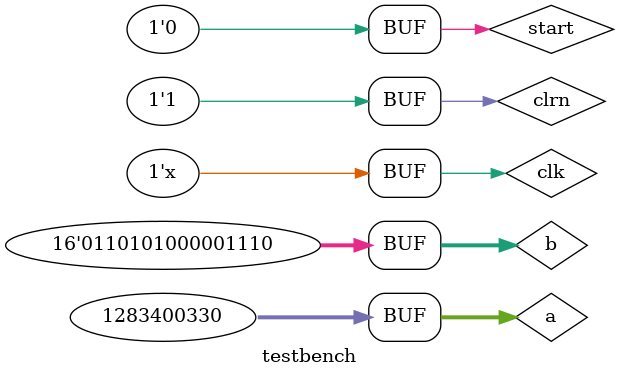
<source format=v>
`timescale 1ns / 1ps
module testbench();
    reg clrn; //clear negated
    reg start; // start of the division
    reg clk; //clock
    reg [31:0] a;//0 dividend
    reg [15:0] b; // divisor
    
    wire [31:0] q; //quotient
    wire [15:0] r; //remainder
    wire busy; //indicates divider is busy
    wire ready; //indicates that the quotient and remainder are available
    wire [4:0] count; //counter
    
    division div_tb(clrn,clk, b, a,start,q,r,ready,count,busy); //must match design source line

    initial begin //reg start pos
        clrn=0;
        start=0;
        clk=1;  //first 3
        
        a = 31'h4c7f228a;  //write a and b in hex from expected output (bits ', hex, number) 
        b = 15'h6a0e;
        
        //changes
        #5 clrn = 1; //changes at 5ns 
        #0 start = 1; // changes at 5ns already there
        #10 start = 0; // changes at 15 (10 later)     
    end
    //changes every 5ms
    always begin 
       #5 clk=~clk;
    end  
endmodule

</source>
